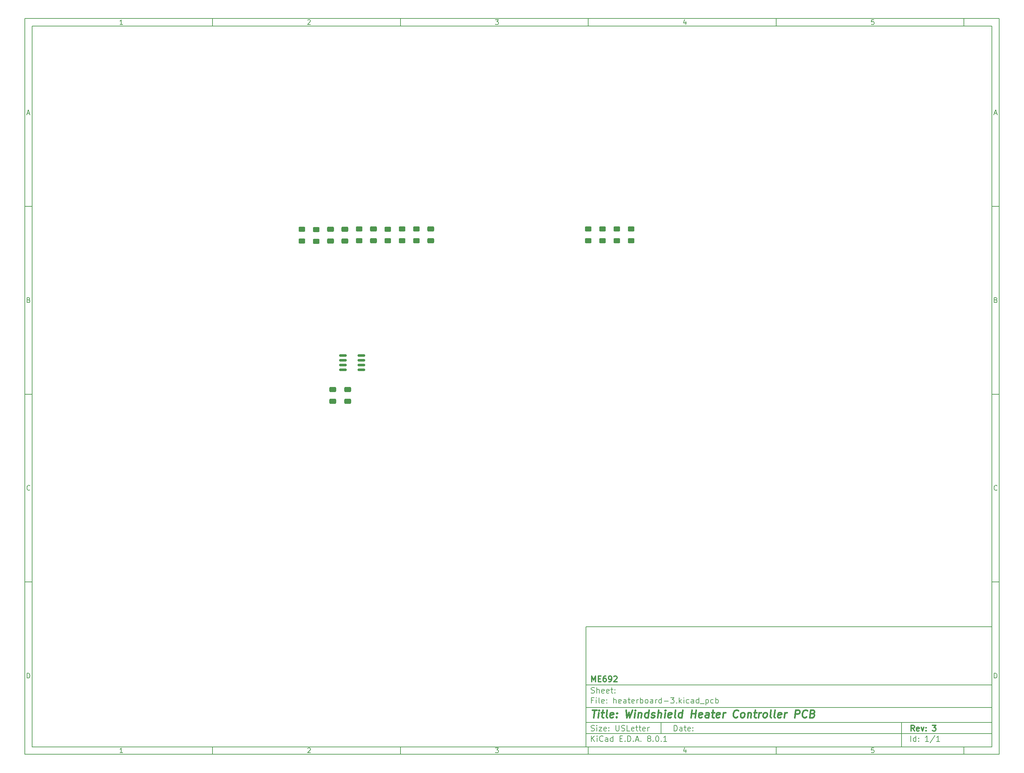
<source format=gbr>
%TF.GenerationSoftware,KiCad,Pcbnew,8.0.1*%
%TF.CreationDate,2024-05-02T11:38:50-04:00*%
%TF.ProjectId,heaterboard-3,68656174-6572-4626-9f61-72642d332e6b,3*%
%TF.SameCoordinates,Original*%
%TF.FileFunction,Paste,Top*%
%TF.FilePolarity,Positive*%
%FSLAX46Y46*%
G04 Gerber Fmt 4.6, Leading zero omitted, Abs format (unit mm)*
G04 Created by KiCad (PCBNEW 8.0.1) date 2024-05-02 11:38:50*
%MOMM*%
%LPD*%
G01*
G04 APERTURE LIST*
G04 Aperture macros list*
%AMRoundRect*
0 Rectangle with rounded corners*
0 $1 Rounding radius*
0 $2 $3 $4 $5 $6 $7 $8 $9 X,Y pos of 4 corners*
0 Add a 4 corners polygon primitive as box body*
4,1,4,$2,$3,$4,$5,$6,$7,$8,$9,$2,$3,0*
0 Add four circle primitives for the rounded corners*
1,1,$1+$1,$2,$3*
1,1,$1+$1,$4,$5*
1,1,$1+$1,$6,$7*
1,1,$1+$1,$8,$9*
0 Add four rect primitives between the rounded corners*
20,1,$1+$1,$2,$3,$4,$5,0*
20,1,$1+$1,$4,$5,$6,$7,0*
20,1,$1+$1,$6,$7,$8,$9,0*
20,1,$1+$1,$8,$9,$2,$3,0*%
G04 Aperture macros list end*
%ADD10C,0.100000*%
%ADD11C,0.150000*%
%ADD12C,0.300000*%
%ADD13C,0.400000*%
%ADD14RoundRect,0.250000X0.625000X-0.400000X0.625000X0.400000X-0.625000X0.400000X-0.625000X-0.400000X0*%
%ADD15RoundRect,0.250000X-0.650000X0.412500X-0.650000X-0.412500X0.650000X-0.412500X0.650000X0.412500X0*%
%ADD16RoundRect,0.250000X-0.625000X0.400000X-0.625000X-0.400000X0.625000X-0.400000X0.625000X0.400000X0*%
%ADD17RoundRect,0.250000X0.650000X-0.412500X0.650000X0.412500X-0.650000X0.412500X-0.650000X-0.412500X0*%
%ADD18RoundRect,0.150000X0.825000X0.150000X-0.825000X0.150000X-0.825000X-0.150000X0.825000X-0.150000X0*%
G04 APERTURE END LIST*
D10*
D11*
X159400000Y-171900000D02*
X267400000Y-171900000D01*
X267400000Y-203900000D01*
X159400000Y-203900000D01*
X159400000Y-171900000D01*
D10*
D11*
X10000000Y-10000000D02*
X269400000Y-10000000D01*
X269400000Y-205900000D01*
X10000000Y-205900000D01*
X10000000Y-10000000D01*
D10*
D11*
X12000000Y-12000000D02*
X267400000Y-12000000D01*
X267400000Y-203900000D01*
X12000000Y-203900000D01*
X12000000Y-12000000D01*
D10*
D11*
X60000000Y-12000000D02*
X60000000Y-10000000D01*
D10*
D11*
X110000000Y-12000000D02*
X110000000Y-10000000D01*
D10*
D11*
X160000000Y-12000000D02*
X160000000Y-10000000D01*
D10*
D11*
X210000000Y-12000000D02*
X210000000Y-10000000D01*
D10*
D11*
X260000000Y-12000000D02*
X260000000Y-10000000D01*
D10*
D11*
X36089160Y-11593604D02*
X35346303Y-11593604D01*
X35717731Y-11593604D02*
X35717731Y-10293604D01*
X35717731Y-10293604D02*
X35593922Y-10479319D01*
X35593922Y-10479319D02*
X35470112Y-10603128D01*
X35470112Y-10603128D02*
X35346303Y-10665033D01*
D10*
D11*
X85346303Y-10417414D02*
X85408207Y-10355509D01*
X85408207Y-10355509D02*
X85532017Y-10293604D01*
X85532017Y-10293604D02*
X85841541Y-10293604D01*
X85841541Y-10293604D02*
X85965350Y-10355509D01*
X85965350Y-10355509D02*
X86027255Y-10417414D01*
X86027255Y-10417414D02*
X86089160Y-10541223D01*
X86089160Y-10541223D02*
X86089160Y-10665033D01*
X86089160Y-10665033D02*
X86027255Y-10850747D01*
X86027255Y-10850747D02*
X85284398Y-11593604D01*
X85284398Y-11593604D02*
X86089160Y-11593604D01*
D10*
D11*
X135284398Y-10293604D02*
X136089160Y-10293604D01*
X136089160Y-10293604D02*
X135655826Y-10788842D01*
X135655826Y-10788842D02*
X135841541Y-10788842D01*
X135841541Y-10788842D02*
X135965350Y-10850747D01*
X135965350Y-10850747D02*
X136027255Y-10912652D01*
X136027255Y-10912652D02*
X136089160Y-11036461D01*
X136089160Y-11036461D02*
X136089160Y-11345985D01*
X136089160Y-11345985D02*
X136027255Y-11469795D01*
X136027255Y-11469795D02*
X135965350Y-11531700D01*
X135965350Y-11531700D02*
X135841541Y-11593604D01*
X135841541Y-11593604D02*
X135470112Y-11593604D01*
X135470112Y-11593604D02*
X135346303Y-11531700D01*
X135346303Y-11531700D02*
X135284398Y-11469795D01*
D10*
D11*
X185965350Y-10726938D02*
X185965350Y-11593604D01*
X185655826Y-10231700D02*
X185346303Y-11160271D01*
X185346303Y-11160271D02*
X186151064Y-11160271D01*
D10*
D11*
X236027255Y-10293604D02*
X235408207Y-10293604D01*
X235408207Y-10293604D02*
X235346303Y-10912652D01*
X235346303Y-10912652D02*
X235408207Y-10850747D01*
X235408207Y-10850747D02*
X235532017Y-10788842D01*
X235532017Y-10788842D02*
X235841541Y-10788842D01*
X235841541Y-10788842D02*
X235965350Y-10850747D01*
X235965350Y-10850747D02*
X236027255Y-10912652D01*
X236027255Y-10912652D02*
X236089160Y-11036461D01*
X236089160Y-11036461D02*
X236089160Y-11345985D01*
X236089160Y-11345985D02*
X236027255Y-11469795D01*
X236027255Y-11469795D02*
X235965350Y-11531700D01*
X235965350Y-11531700D02*
X235841541Y-11593604D01*
X235841541Y-11593604D02*
X235532017Y-11593604D01*
X235532017Y-11593604D02*
X235408207Y-11531700D01*
X235408207Y-11531700D02*
X235346303Y-11469795D01*
D10*
D11*
X60000000Y-203900000D02*
X60000000Y-205900000D01*
D10*
D11*
X110000000Y-203900000D02*
X110000000Y-205900000D01*
D10*
D11*
X160000000Y-203900000D02*
X160000000Y-205900000D01*
D10*
D11*
X210000000Y-203900000D02*
X210000000Y-205900000D01*
D10*
D11*
X260000000Y-203900000D02*
X260000000Y-205900000D01*
D10*
D11*
X36089160Y-205493604D02*
X35346303Y-205493604D01*
X35717731Y-205493604D02*
X35717731Y-204193604D01*
X35717731Y-204193604D02*
X35593922Y-204379319D01*
X35593922Y-204379319D02*
X35470112Y-204503128D01*
X35470112Y-204503128D02*
X35346303Y-204565033D01*
D10*
D11*
X85346303Y-204317414D02*
X85408207Y-204255509D01*
X85408207Y-204255509D02*
X85532017Y-204193604D01*
X85532017Y-204193604D02*
X85841541Y-204193604D01*
X85841541Y-204193604D02*
X85965350Y-204255509D01*
X85965350Y-204255509D02*
X86027255Y-204317414D01*
X86027255Y-204317414D02*
X86089160Y-204441223D01*
X86089160Y-204441223D02*
X86089160Y-204565033D01*
X86089160Y-204565033D02*
X86027255Y-204750747D01*
X86027255Y-204750747D02*
X85284398Y-205493604D01*
X85284398Y-205493604D02*
X86089160Y-205493604D01*
D10*
D11*
X135284398Y-204193604D02*
X136089160Y-204193604D01*
X136089160Y-204193604D02*
X135655826Y-204688842D01*
X135655826Y-204688842D02*
X135841541Y-204688842D01*
X135841541Y-204688842D02*
X135965350Y-204750747D01*
X135965350Y-204750747D02*
X136027255Y-204812652D01*
X136027255Y-204812652D02*
X136089160Y-204936461D01*
X136089160Y-204936461D02*
X136089160Y-205245985D01*
X136089160Y-205245985D02*
X136027255Y-205369795D01*
X136027255Y-205369795D02*
X135965350Y-205431700D01*
X135965350Y-205431700D02*
X135841541Y-205493604D01*
X135841541Y-205493604D02*
X135470112Y-205493604D01*
X135470112Y-205493604D02*
X135346303Y-205431700D01*
X135346303Y-205431700D02*
X135284398Y-205369795D01*
D10*
D11*
X185965350Y-204626938D02*
X185965350Y-205493604D01*
X185655826Y-204131700D02*
X185346303Y-205060271D01*
X185346303Y-205060271D02*
X186151064Y-205060271D01*
D10*
D11*
X236027255Y-204193604D02*
X235408207Y-204193604D01*
X235408207Y-204193604D02*
X235346303Y-204812652D01*
X235346303Y-204812652D02*
X235408207Y-204750747D01*
X235408207Y-204750747D02*
X235532017Y-204688842D01*
X235532017Y-204688842D02*
X235841541Y-204688842D01*
X235841541Y-204688842D02*
X235965350Y-204750747D01*
X235965350Y-204750747D02*
X236027255Y-204812652D01*
X236027255Y-204812652D02*
X236089160Y-204936461D01*
X236089160Y-204936461D02*
X236089160Y-205245985D01*
X236089160Y-205245985D02*
X236027255Y-205369795D01*
X236027255Y-205369795D02*
X235965350Y-205431700D01*
X235965350Y-205431700D02*
X235841541Y-205493604D01*
X235841541Y-205493604D02*
X235532017Y-205493604D01*
X235532017Y-205493604D02*
X235408207Y-205431700D01*
X235408207Y-205431700D02*
X235346303Y-205369795D01*
D10*
D11*
X10000000Y-60000000D02*
X12000000Y-60000000D01*
D10*
D11*
X10000000Y-110000000D02*
X12000000Y-110000000D01*
D10*
D11*
X10000000Y-160000000D02*
X12000000Y-160000000D01*
D10*
D11*
X10690476Y-35222176D02*
X11309523Y-35222176D01*
X10566666Y-35593604D02*
X10999999Y-34293604D01*
X10999999Y-34293604D02*
X11433333Y-35593604D01*
D10*
D11*
X11092857Y-84912652D02*
X11278571Y-84974557D01*
X11278571Y-84974557D02*
X11340476Y-85036461D01*
X11340476Y-85036461D02*
X11402380Y-85160271D01*
X11402380Y-85160271D02*
X11402380Y-85345985D01*
X11402380Y-85345985D02*
X11340476Y-85469795D01*
X11340476Y-85469795D02*
X11278571Y-85531700D01*
X11278571Y-85531700D02*
X11154761Y-85593604D01*
X11154761Y-85593604D02*
X10659523Y-85593604D01*
X10659523Y-85593604D02*
X10659523Y-84293604D01*
X10659523Y-84293604D02*
X11092857Y-84293604D01*
X11092857Y-84293604D02*
X11216666Y-84355509D01*
X11216666Y-84355509D02*
X11278571Y-84417414D01*
X11278571Y-84417414D02*
X11340476Y-84541223D01*
X11340476Y-84541223D02*
X11340476Y-84665033D01*
X11340476Y-84665033D02*
X11278571Y-84788842D01*
X11278571Y-84788842D02*
X11216666Y-84850747D01*
X11216666Y-84850747D02*
X11092857Y-84912652D01*
X11092857Y-84912652D02*
X10659523Y-84912652D01*
D10*
D11*
X11402380Y-135469795D02*
X11340476Y-135531700D01*
X11340476Y-135531700D02*
X11154761Y-135593604D01*
X11154761Y-135593604D02*
X11030952Y-135593604D01*
X11030952Y-135593604D02*
X10845238Y-135531700D01*
X10845238Y-135531700D02*
X10721428Y-135407890D01*
X10721428Y-135407890D02*
X10659523Y-135284080D01*
X10659523Y-135284080D02*
X10597619Y-135036461D01*
X10597619Y-135036461D02*
X10597619Y-134850747D01*
X10597619Y-134850747D02*
X10659523Y-134603128D01*
X10659523Y-134603128D02*
X10721428Y-134479319D01*
X10721428Y-134479319D02*
X10845238Y-134355509D01*
X10845238Y-134355509D02*
X11030952Y-134293604D01*
X11030952Y-134293604D02*
X11154761Y-134293604D01*
X11154761Y-134293604D02*
X11340476Y-134355509D01*
X11340476Y-134355509D02*
X11402380Y-134417414D01*
D10*
D11*
X10659523Y-185593604D02*
X10659523Y-184293604D01*
X10659523Y-184293604D02*
X10969047Y-184293604D01*
X10969047Y-184293604D02*
X11154761Y-184355509D01*
X11154761Y-184355509D02*
X11278571Y-184479319D01*
X11278571Y-184479319D02*
X11340476Y-184603128D01*
X11340476Y-184603128D02*
X11402380Y-184850747D01*
X11402380Y-184850747D02*
X11402380Y-185036461D01*
X11402380Y-185036461D02*
X11340476Y-185284080D01*
X11340476Y-185284080D02*
X11278571Y-185407890D01*
X11278571Y-185407890D02*
X11154761Y-185531700D01*
X11154761Y-185531700D02*
X10969047Y-185593604D01*
X10969047Y-185593604D02*
X10659523Y-185593604D01*
D10*
D11*
X269400000Y-60000000D02*
X267400000Y-60000000D01*
D10*
D11*
X269400000Y-110000000D02*
X267400000Y-110000000D01*
D10*
D11*
X269400000Y-160000000D02*
X267400000Y-160000000D01*
D10*
D11*
X268090476Y-35222176D02*
X268709523Y-35222176D01*
X267966666Y-35593604D02*
X268399999Y-34293604D01*
X268399999Y-34293604D02*
X268833333Y-35593604D01*
D10*
D11*
X268492857Y-84912652D02*
X268678571Y-84974557D01*
X268678571Y-84974557D02*
X268740476Y-85036461D01*
X268740476Y-85036461D02*
X268802380Y-85160271D01*
X268802380Y-85160271D02*
X268802380Y-85345985D01*
X268802380Y-85345985D02*
X268740476Y-85469795D01*
X268740476Y-85469795D02*
X268678571Y-85531700D01*
X268678571Y-85531700D02*
X268554761Y-85593604D01*
X268554761Y-85593604D02*
X268059523Y-85593604D01*
X268059523Y-85593604D02*
X268059523Y-84293604D01*
X268059523Y-84293604D02*
X268492857Y-84293604D01*
X268492857Y-84293604D02*
X268616666Y-84355509D01*
X268616666Y-84355509D02*
X268678571Y-84417414D01*
X268678571Y-84417414D02*
X268740476Y-84541223D01*
X268740476Y-84541223D02*
X268740476Y-84665033D01*
X268740476Y-84665033D02*
X268678571Y-84788842D01*
X268678571Y-84788842D02*
X268616666Y-84850747D01*
X268616666Y-84850747D02*
X268492857Y-84912652D01*
X268492857Y-84912652D02*
X268059523Y-84912652D01*
D10*
D11*
X268802380Y-135469795D02*
X268740476Y-135531700D01*
X268740476Y-135531700D02*
X268554761Y-135593604D01*
X268554761Y-135593604D02*
X268430952Y-135593604D01*
X268430952Y-135593604D02*
X268245238Y-135531700D01*
X268245238Y-135531700D02*
X268121428Y-135407890D01*
X268121428Y-135407890D02*
X268059523Y-135284080D01*
X268059523Y-135284080D02*
X267997619Y-135036461D01*
X267997619Y-135036461D02*
X267997619Y-134850747D01*
X267997619Y-134850747D02*
X268059523Y-134603128D01*
X268059523Y-134603128D02*
X268121428Y-134479319D01*
X268121428Y-134479319D02*
X268245238Y-134355509D01*
X268245238Y-134355509D02*
X268430952Y-134293604D01*
X268430952Y-134293604D02*
X268554761Y-134293604D01*
X268554761Y-134293604D02*
X268740476Y-134355509D01*
X268740476Y-134355509D02*
X268802380Y-134417414D01*
D10*
D11*
X268059523Y-185593604D02*
X268059523Y-184293604D01*
X268059523Y-184293604D02*
X268369047Y-184293604D01*
X268369047Y-184293604D02*
X268554761Y-184355509D01*
X268554761Y-184355509D02*
X268678571Y-184479319D01*
X268678571Y-184479319D02*
X268740476Y-184603128D01*
X268740476Y-184603128D02*
X268802380Y-184850747D01*
X268802380Y-184850747D02*
X268802380Y-185036461D01*
X268802380Y-185036461D02*
X268740476Y-185284080D01*
X268740476Y-185284080D02*
X268678571Y-185407890D01*
X268678571Y-185407890D02*
X268554761Y-185531700D01*
X268554761Y-185531700D02*
X268369047Y-185593604D01*
X268369047Y-185593604D02*
X268059523Y-185593604D01*
D10*
D11*
X182855826Y-199686128D02*
X182855826Y-198186128D01*
X182855826Y-198186128D02*
X183212969Y-198186128D01*
X183212969Y-198186128D02*
X183427255Y-198257557D01*
X183427255Y-198257557D02*
X183570112Y-198400414D01*
X183570112Y-198400414D02*
X183641541Y-198543271D01*
X183641541Y-198543271D02*
X183712969Y-198828985D01*
X183712969Y-198828985D02*
X183712969Y-199043271D01*
X183712969Y-199043271D02*
X183641541Y-199328985D01*
X183641541Y-199328985D02*
X183570112Y-199471842D01*
X183570112Y-199471842D02*
X183427255Y-199614700D01*
X183427255Y-199614700D02*
X183212969Y-199686128D01*
X183212969Y-199686128D02*
X182855826Y-199686128D01*
X184998684Y-199686128D02*
X184998684Y-198900414D01*
X184998684Y-198900414D02*
X184927255Y-198757557D01*
X184927255Y-198757557D02*
X184784398Y-198686128D01*
X184784398Y-198686128D02*
X184498684Y-198686128D01*
X184498684Y-198686128D02*
X184355826Y-198757557D01*
X184998684Y-199614700D02*
X184855826Y-199686128D01*
X184855826Y-199686128D02*
X184498684Y-199686128D01*
X184498684Y-199686128D02*
X184355826Y-199614700D01*
X184355826Y-199614700D02*
X184284398Y-199471842D01*
X184284398Y-199471842D02*
X184284398Y-199328985D01*
X184284398Y-199328985D02*
X184355826Y-199186128D01*
X184355826Y-199186128D02*
X184498684Y-199114700D01*
X184498684Y-199114700D02*
X184855826Y-199114700D01*
X184855826Y-199114700D02*
X184998684Y-199043271D01*
X185498684Y-198686128D02*
X186070112Y-198686128D01*
X185712969Y-198186128D02*
X185712969Y-199471842D01*
X185712969Y-199471842D02*
X185784398Y-199614700D01*
X185784398Y-199614700D02*
X185927255Y-199686128D01*
X185927255Y-199686128D02*
X186070112Y-199686128D01*
X187141541Y-199614700D02*
X186998684Y-199686128D01*
X186998684Y-199686128D02*
X186712970Y-199686128D01*
X186712970Y-199686128D02*
X186570112Y-199614700D01*
X186570112Y-199614700D02*
X186498684Y-199471842D01*
X186498684Y-199471842D02*
X186498684Y-198900414D01*
X186498684Y-198900414D02*
X186570112Y-198757557D01*
X186570112Y-198757557D02*
X186712970Y-198686128D01*
X186712970Y-198686128D02*
X186998684Y-198686128D01*
X186998684Y-198686128D02*
X187141541Y-198757557D01*
X187141541Y-198757557D02*
X187212970Y-198900414D01*
X187212970Y-198900414D02*
X187212970Y-199043271D01*
X187212970Y-199043271D02*
X186498684Y-199186128D01*
X187855826Y-199543271D02*
X187927255Y-199614700D01*
X187927255Y-199614700D02*
X187855826Y-199686128D01*
X187855826Y-199686128D02*
X187784398Y-199614700D01*
X187784398Y-199614700D02*
X187855826Y-199543271D01*
X187855826Y-199543271D02*
X187855826Y-199686128D01*
X187855826Y-198757557D02*
X187927255Y-198828985D01*
X187927255Y-198828985D02*
X187855826Y-198900414D01*
X187855826Y-198900414D02*
X187784398Y-198828985D01*
X187784398Y-198828985D02*
X187855826Y-198757557D01*
X187855826Y-198757557D02*
X187855826Y-198900414D01*
D10*
D11*
X159400000Y-200400000D02*
X267400000Y-200400000D01*
D10*
D11*
X160855826Y-202486128D02*
X160855826Y-200986128D01*
X161712969Y-202486128D02*
X161070112Y-201628985D01*
X161712969Y-200986128D02*
X160855826Y-201843271D01*
X162355826Y-202486128D02*
X162355826Y-201486128D01*
X162355826Y-200986128D02*
X162284398Y-201057557D01*
X162284398Y-201057557D02*
X162355826Y-201128985D01*
X162355826Y-201128985D02*
X162427255Y-201057557D01*
X162427255Y-201057557D02*
X162355826Y-200986128D01*
X162355826Y-200986128D02*
X162355826Y-201128985D01*
X163927255Y-202343271D02*
X163855827Y-202414700D01*
X163855827Y-202414700D02*
X163641541Y-202486128D01*
X163641541Y-202486128D02*
X163498684Y-202486128D01*
X163498684Y-202486128D02*
X163284398Y-202414700D01*
X163284398Y-202414700D02*
X163141541Y-202271842D01*
X163141541Y-202271842D02*
X163070112Y-202128985D01*
X163070112Y-202128985D02*
X162998684Y-201843271D01*
X162998684Y-201843271D02*
X162998684Y-201628985D01*
X162998684Y-201628985D02*
X163070112Y-201343271D01*
X163070112Y-201343271D02*
X163141541Y-201200414D01*
X163141541Y-201200414D02*
X163284398Y-201057557D01*
X163284398Y-201057557D02*
X163498684Y-200986128D01*
X163498684Y-200986128D02*
X163641541Y-200986128D01*
X163641541Y-200986128D02*
X163855827Y-201057557D01*
X163855827Y-201057557D02*
X163927255Y-201128985D01*
X165212970Y-202486128D02*
X165212970Y-201700414D01*
X165212970Y-201700414D02*
X165141541Y-201557557D01*
X165141541Y-201557557D02*
X164998684Y-201486128D01*
X164998684Y-201486128D02*
X164712970Y-201486128D01*
X164712970Y-201486128D02*
X164570112Y-201557557D01*
X165212970Y-202414700D02*
X165070112Y-202486128D01*
X165070112Y-202486128D02*
X164712970Y-202486128D01*
X164712970Y-202486128D02*
X164570112Y-202414700D01*
X164570112Y-202414700D02*
X164498684Y-202271842D01*
X164498684Y-202271842D02*
X164498684Y-202128985D01*
X164498684Y-202128985D02*
X164570112Y-201986128D01*
X164570112Y-201986128D02*
X164712970Y-201914700D01*
X164712970Y-201914700D02*
X165070112Y-201914700D01*
X165070112Y-201914700D02*
X165212970Y-201843271D01*
X166570113Y-202486128D02*
X166570113Y-200986128D01*
X166570113Y-202414700D02*
X166427255Y-202486128D01*
X166427255Y-202486128D02*
X166141541Y-202486128D01*
X166141541Y-202486128D02*
X165998684Y-202414700D01*
X165998684Y-202414700D02*
X165927255Y-202343271D01*
X165927255Y-202343271D02*
X165855827Y-202200414D01*
X165855827Y-202200414D02*
X165855827Y-201771842D01*
X165855827Y-201771842D02*
X165927255Y-201628985D01*
X165927255Y-201628985D02*
X165998684Y-201557557D01*
X165998684Y-201557557D02*
X166141541Y-201486128D01*
X166141541Y-201486128D02*
X166427255Y-201486128D01*
X166427255Y-201486128D02*
X166570113Y-201557557D01*
X168427255Y-201700414D02*
X168927255Y-201700414D01*
X169141541Y-202486128D02*
X168427255Y-202486128D01*
X168427255Y-202486128D02*
X168427255Y-200986128D01*
X168427255Y-200986128D02*
X169141541Y-200986128D01*
X169784398Y-202343271D02*
X169855827Y-202414700D01*
X169855827Y-202414700D02*
X169784398Y-202486128D01*
X169784398Y-202486128D02*
X169712970Y-202414700D01*
X169712970Y-202414700D02*
X169784398Y-202343271D01*
X169784398Y-202343271D02*
X169784398Y-202486128D01*
X170498684Y-202486128D02*
X170498684Y-200986128D01*
X170498684Y-200986128D02*
X170855827Y-200986128D01*
X170855827Y-200986128D02*
X171070113Y-201057557D01*
X171070113Y-201057557D02*
X171212970Y-201200414D01*
X171212970Y-201200414D02*
X171284399Y-201343271D01*
X171284399Y-201343271D02*
X171355827Y-201628985D01*
X171355827Y-201628985D02*
X171355827Y-201843271D01*
X171355827Y-201843271D02*
X171284399Y-202128985D01*
X171284399Y-202128985D02*
X171212970Y-202271842D01*
X171212970Y-202271842D02*
X171070113Y-202414700D01*
X171070113Y-202414700D02*
X170855827Y-202486128D01*
X170855827Y-202486128D02*
X170498684Y-202486128D01*
X171998684Y-202343271D02*
X172070113Y-202414700D01*
X172070113Y-202414700D02*
X171998684Y-202486128D01*
X171998684Y-202486128D02*
X171927256Y-202414700D01*
X171927256Y-202414700D02*
X171998684Y-202343271D01*
X171998684Y-202343271D02*
X171998684Y-202486128D01*
X172641542Y-202057557D02*
X173355828Y-202057557D01*
X172498685Y-202486128D02*
X172998685Y-200986128D01*
X172998685Y-200986128D02*
X173498685Y-202486128D01*
X173998684Y-202343271D02*
X174070113Y-202414700D01*
X174070113Y-202414700D02*
X173998684Y-202486128D01*
X173998684Y-202486128D02*
X173927256Y-202414700D01*
X173927256Y-202414700D02*
X173998684Y-202343271D01*
X173998684Y-202343271D02*
X173998684Y-202486128D01*
X176070113Y-201628985D02*
X175927256Y-201557557D01*
X175927256Y-201557557D02*
X175855827Y-201486128D01*
X175855827Y-201486128D02*
X175784399Y-201343271D01*
X175784399Y-201343271D02*
X175784399Y-201271842D01*
X175784399Y-201271842D02*
X175855827Y-201128985D01*
X175855827Y-201128985D02*
X175927256Y-201057557D01*
X175927256Y-201057557D02*
X176070113Y-200986128D01*
X176070113Y-200986128D02*
X176355827Y-200986128D01*
X176355827Y-200986128D02*
X176498685Y-201057557D01*
X176498685Y-201057557D02*
X176570113Y-201128985D01*
X176570113Y-201128985D02*
X176641542Y-201271842D01*
X176641542Y-201271842D02*
X176641542Y-201343271D01*
X176641542Y-201343271D02*
X176570113Y-201486128D01*
X176570113Y-201486128D02*
X176498685Y-201557557D01*
X176498685Y-201557557D02*
X176355827Y-201628985D01*
X176355827Y-201628985D02*
X176070113Y-201628985D01*
X176070113Y-201628985D02*
X175927256Y-201700414D01*
X175927256Y-201700414D02*
X175855827Y-201771842D01*
X175855827Y-201771842D02*
X175784399Y-201914700D01*
X175784399Y-201914700D02*
X175784399Y-202200414D01*
X175784399Y-202200414D02*
X175855827Y-202343271D01*
X175855827Y-202343271D02*
X175927256Y-202414700D01*
X175927256Y-202414700D02*
X176070113Y-202486128D01*
X176070113Y-202486128D02*
X176355827Y-202486128D01*
X176355827Y-202486128D02*
X176498685Y-202414700D01*
X176498685Y-202414700D02*
X176570113Y-202343271D01*
X176570113Y-202343271D02*
X176641542Y-202200414D01*
X176641542Y-202200414D02*
X176641542Y-201914700D01*
X176641542Y-201914700D02*
X176570113Y-201771842D01*
X176570113Y-201771842D02*
X176498685Y-201700414D01*
X176498685Y-201700414D02*
X176355827Y-201628985D01*
X177284398Y-202343271D02*
X177355827Y-202414700D01*
X177355827Y-202414700D02*
X177284398Y-202486128D01*
X177284398Y-202486128D02*
X177212970Y-202414700D01*
X177212970Y-202414700D02*
X177284398Y-202343271D01*
X177284398Y-202343271D02*
X177284398Y-202486128D01*
X178284399Y-200986128D02*
X178427256Y-200986128D01*
X178427256Y-200986128D02*
X178570113Y-201057557D01*
X178570113Y-201057557D02*
X178641542Y-201128985D01*
X178641542Y-201128985D02*
X178712970Y-201271842D01*
X178712970Y-201271842D02*
X178784399Y-201557557D01*
X178784399Y-201557557D02*
X178784399Y-201914700D01*
X178784399Y-201914700D02*
X178712970Y-202200414D01*
X178712970Y-202200414D02*
X178641542Y-202343271D01*
X178641542Y-202343271D02*
X178570113Y-202414700D01*
X178570113Y-202414700D02*
X178427256Y-202486128D01*
X178427256Y-202486128D02*
X178284399Y-202486128D01*
X178284399Y-202486128D02*
X178141542Y-202414700D01*
X178141542Y-202414700D02*
X178070113Y-202343271D01*
X178070113Y-202343271D02*
X177998684Y-202200414D01*
X177998684Y-202200414D02*
X177927256Y-201914700D01*
X177927256Y-201914700D02*
X177927256Y-201557557D01*
X177927256Y-201557557D02*
X177998684Y-201271842D01*
X177998684Y-201271842D02*
X178070113Y-201128985D01*
X178070113Y-201128985D02*
X178141542Y-201057557D01*
X178141542Y-201057557D02*
X178284399Y-200986128D01*
X179427255Y-202343271D02*
X179498684Y-202414700D01*
X179498684Y-202414700D02*
X179427255Y-202486128D01*
X179427255Y-202486128D02*
X179355827Y-202414700D01*
X179355827Y-202414700D02*
X179427255Y-202343271D01*
X179427255Y-202343271D02*
X179427255Y-202486128D01*
X180927256Y-202486128D02*
X180070113Y-202486128D01*
X180498684Y-202486128D02*
X180498684Y-200986128D01*
X180498684Y-200986128D02*
X180355827Y-201200414D01*
X180355827Y-201200414D02*
X180212970Y-201343271D01*
X180212970Y-201343271D02*
X180070113Y-201414700D01*
D10*
D11*
X159400000Y-197400000D02*
X267400000Y-197400000D01*
D10*
D12*
X246811653Y-199678328D02*
X246311653Y-198964042D01*
X245954510Y-199678328D02*
X245954510Y-198178328D01*
X245954510Y-198178328D02*
X246525939Y-198178328D01*
X246525939Y-198178328D02*
X246668796Y-198249757D01*
X246668796Y-198249757D02*
X246740225Y-198321185D01*
X246740225Y-198321185D02*
X246811653Y-198464042D01*
X246811653Y-198464042D02*
X246811653Y-198678328D01*
X246811653Y-198678328D02*
X246740225Y-198821185D01*
X246740225Y-198821185D02*
X246668796Y-198892614D01*
X246668796Y-198892614D02*
X246525939Y-198964042D01*
X246525939Y-198964042D02*
X245954510Y-198964042D01*
X248025939Y-199606900D02*
X247883082Y-199678328D01*
X247883082Y-199678328D02*
X247597368Y-199678328D01*
X247597368Y-199678328D02*
X247454510Y-199606900D01*
X247454510Y-199606900D02*
X247383082Y-199464042D01*
X247383082Y-199464042D02*
X247383082Y-198892614D01*
X247383082Y-198892614D02*
X247454510Y-198749757D01*
X247454510Y-198749757D02*
X247597368Y-198678328D01*
X247597368Y-198678328D02*
X247883082Y-198678328D01*
X247883082Y-198678328D02*
X248025939Y-198749757D01*
X248025939Y-198749757D02*
X248097368Y-198892614D01*
X248097368Y-198892614D02*
X248097368Y-199035471D01*
X248097368Y-199035471D02*
X247383082Y-199178328D01*
X248597367Y-198678328D02*
X248954510Y-199678328D01*
X248954510Y-199678328D02*
X249311653Y-198678328D01*
X249883081Y-199535471D02*
X249954510Y-199606900D01*
X249954510Y-199606900D02*
X249883081Y-199678328D01*
X249883081Y-199678328D02*
X249811653Y-199606900D01*
X249811653Y-199606900D02*
X249883081Y-199535471D01*
X249883081Y-199535471D02*
X249883081Y-199678328D01*
X249883081Y-198749757D02*
X249954510Y-198821185D01*
X249954510Y-198821185D02*
X249883081Y-198892614D01*
X249883081Y-198892614D02*
X249811653Y-198821185D01*
X249811653Y-198821185D02*
X249883081Y-198749757D01*
X249883081Y-198749757D02*
X249883081Y-198892614D01*
X251597367Y-198178328D02*
X252525939Y-198178328D01*
X252525939Y-198178328D02*
X252025939Y-198749757D01*
X252025939Y-198749757D02*
X252240224Y-198749757D01*
X252240224Y-198749757D02*
X252383082Y-198821185D01*
X252383082Y-198821185D02*
X252454510Y-198892614D01*
X252454510Y-198892614D02*
X252525939Y-199035471D01*
X252525939Y-199035471D02*
X252525939Y-199392614D01*
X252525939Y-199392614D02*
X252454510Y-199535471D01*
X252454510Y-199535471D02*
X252383082Y-199606900D01*
X252383082Y-199606900D02*
X252240224Y-199678328D01*
X252240224Y-199678328D02*
X251811653Y-199678328D01*
X251811653Y-199678328D02*
X251668796Y-199606900D01*
X251668796Y-199606900D02*
X251597367Y-199535471D01*
D10*
D11*
X160784398Y-199614700D02*
X160998684Y-199686128D01*
X160998684Y-199686128D02*
X161355826Y-199686128D01*
X161355826Y-199686128D02*
X161498684Y-199614700D01*
X161498684Y-199614700D02*
X161570112Y-199543271D01*
X161570112Y-199543271D02*
X161641541Y-199400414D01*
X161641541Y-199400414D02*
X161641541Y-199257557D01*
X161641541Y-199257557D02*
X161570112Y-199114700D01*
X161570112Y-199114700D02*
X161498684Y-199043271D01*
X161498684Y-199043271D02*
X161355826Y-198971842D01*
X161355826Y-198971842D02*
X161070112Y-198900414D01*
X161070112Y-198900414D02*
X160927255Y-198828985D01*
X160927255Y-198828985D02*
X160855826Y-198757557D01*
X160855826Y-198757557D02*
X160784398Y-198614700D01*
X160784398Y-198614700D02*
X160784398Y-198471842D01*
X160784398Y-198471842D02*
X160855826Y-198328985D01*
X160855826Y-198328985D02*
X160927255Y-198257557D01*
X160927255Y-198257557D02*
X161070112Y-198186128D01*
X161070112Y-198186128D02*
X161427255Y-198186128D01*
X161427255Y-198186128D02*
X161641541Y-198257557D01*
X162284397Y-199686128D02*
X162284397Y-198686128D01*
X162284397Y-198186128D02*
X162212969Y-198257557D01*
X162212969Y-198257557D02*
X162284397Y-198328985D01*
X162284397Y-198328985D02*
X162355826Y-198257557D01*
X162355826Y-198257557D02*
X162284397Y-198186128D01*
X162284397Y-198186128D02*
X162284397Y-198328985D01*
X162855826Y-198686128D02*
X163641541Y-198686128D01*
X163641541Y-198686128D02*
X162855826Y-199686128D01*
X162855826Y-199686128D02*
X163641541Y-199686128D01*
X164784398Y-199614700D02*
X164641541Y-199686128D01*
X164641541Y-199686128D02*
X164355827Y-199686128D01*
X164355827Y-199686128D02*
X164212969Y-199614700D01*
X164212969Y-199614700D02*
X164141541Y-199471842D01*
X164141541Y-199471842D02*
X164141541Y-198900414D01*
X164141541Y-198900414D02*
X164212969Y-198757557D01*
X164212969Y-198757557D02*
X164355827Y-198686128D01*
X164355827Y-198686128D02*
X164641541Y-198686128D01*
X164641541Y-198686128D02*
X164784398Y-198757557D01*
X164784398Y-198757557D02*
X164855827Y-198900414D01*
X164855827Y-198900414D02*
X164855827Y-199043271D01*
X164855827Y-199043271D02*
X164141541Y-199186128D01*
X165498683Y-199543271D02*
X165570112Y-199614700D01*
X165570112Y-199614700D02*
X165498683Y-199686128D01*
X165498683Y-199686128D02*
X165427255Y-199614700D01*
X165427255Y-199614700D02*
X165498683Y-199543271D01*
X165498683Y-199543271D02*
X165498683Y-199686128D01*
X165498683Y-198757557D02*
X165570112Y-198828985D01*
X165570112Y-198828985D02*
X165498683Y-198900414D01*
X165498683Y-198900414D02*
X165427255Y-198828985D01*
X165427255Y-198828985D02*
X165498683Y-198757557D01*
X165498683Y-198757557D02*
X165498683Y-198900414D01*
X167355826Y-198186128D02*
X167355826Y-199400414D01*
X167355826Y-199400414D02*
X167427255Y-199543271D01*
X167427255Y-199543271D02*
X167498684Y-199614700D01*
X167498684Y-199614700D02*
X167641541Y-199686128D01*
X167641541Y-199686128D02*
X167927255Y-199686128D01*
X167927255Y-199686128D02*
X168070112Y-199614700D01*
X168070112Y-199614700D02*
X168141541Y-199543271D01*
X168141541Y-199543271D02*
X168212969Y-199400414D01*
X168212969Y-199400414D02*
X168212969Y-198186128D01*
X168855827Y-199614700D02*
X169070113Y-199686128D01*
X169070113Y-199686128D02*
X169427255Y-199686128D01*
X169427255Y-199686128D02*
X169570113Y-199614700D01*
X169570113Y-199614700D02*
X169641541Y-199543271D01*
X169641541Y-199543271D02*
X169712970Y-199400414D01*
X169712970Y-199400414D02*
X169712970Y-199257557D01*
X169712970Y-199257557D02*
X169641541Y-199114700D01*
X169641541Y-199114700D02*
X169570113Y-199043271D01*
X169570113Y-199043271D02*
X169427255Y-198971842D01*
X169427255Y-198971842D02*
X169141541Y-198900414D01*
X169141541Y-198900414D02*
X168998684Y-198828985D01*
X168998684Y-198828985D02*
X168927255Y-198757557D01*
X168927255Y-198757557D02*
X168855827Y-198614700D01*
X168855827Y-198614700D02*
X168855827Y-198471842D01*
X168855827Y-198471842D02*
X168927255Y-198328985D01*
X168927255Y-198328985D02*
X168998684Y-198257557D01*
X168998684Y-198257557D02*
X169141541Y-198186128D01*
X169141541Y-198186128D02*
X169498684Y-198186128D01*
X169498684Y-198186128D02*
X169712970Y-198257557D01*
X171070112Y-199686128D02*
X170355826Y-199686128D01*
X170355826Y-199686128D02*
X170355826Y-198186128D01*
X172141541Y-199614700D02*
X171998684Y-199686128D01*
X171998684Y-199686128D02*
X171712970Y-199686128D01*
X171712970Y-199686128D02*
X171570112Y-199614700D01*
X171570112Y-199614700D02*
X171498684Y-199471842D01*
X171498684Y-199471842D02*
X171498684Y-198900414D01*
X171498684Y-198900414D02*
X171570112Y-198757557D01*
X171570112Y-198757557D02*
X171712970Y-198686128D01*
X171712970Y-198686128D02*
X171998684Y-198686128D01*
X171998684Y-198686128D02*
X172141541Y-198757557D01*
X172141541Y-198757557D02*
X172212970Y-198900414D01*
X172212970Y-198900414D02*
X172212970Y-199043271D01*
X172212970Y-199043271D02*
X171498684Y-199186128D01*
X172641541Y-198686128D02*
X173212969Y-198686128D01*
X172855826Y-198186128D02*
X172855826Y-199471842D01*
X172855826Y-199471842D02*
X172927255Y-199614700D01*
X172927255Y-199614700D02*
X173070112Y-199686128D01*
X173070112Y-199686128D02*
X173212969Y-199686128D01*
X173498684Y-198686128D02*
X174070112Y-198686128D01*
X173712969Y-198186128D02*
X173712969Y-199471842D01*
X173712969Y-199471842D02*
X173784398Y-199614700D01*
X173784398Y-199614700D02*
X173927255Y-199686128D01*
X173927255Y-199686128D02*
X174070112Y-199686128D01*
X175141541Y-199614700D02*
X174998684Y-199686128D01*
X174998684Y-199686128D02*
X174712970Y-199686128D01*
X174712970Y-199686128D02*
X174570112Y-199614700D01*
X174570112Y-199614700D02*
X174498684Y-199471842D01*
X174498684Y-199471842D02*
X174498684Y-198900414D01*
X174498684Y-198900414D02*
X174570112Y-198757557D01*
X174570112Y-198757557D02*
X174712970Y-198686128D01*
X174712970Y-198686128D02*
X174998684Y-198686128D01*
X174998684Y-198686128D02*
X175141541Y-198757557D01*
X175141541Y-198757557D02*
X175212970Y-198900414D01*
X175212970Y-198900414D02*
X175212970Y-199043271D01*
X175212970Y-199043271D02*
X174498684Y-199186128D01*
X175855826Y-199686128D02*
X175855826Y-198686128D01*
X175855826Y-198971842D02*
X175927255Y-198828985D01*
X175927255Y-198828985D02*
X175998684Y-198757557D01*
X175998684Y-198757557D02*
X176141541Y-198686128D01*
X176141541Y-198686128D02*
X176284398Y-198686128D01*
D10*
D11*
X245855826Y-202486128D02*
X245855826Y-200986128D01*
X247212970Y-202486128D02*
X247212970Y-200986128D01*
X247212970Y-202414700D02*
X247070112Y-202486128D01*
X247070112Y-202486128D02*
X246784398Y-202486128D01*
X246784398Y-202486128D02*
X246641541Y-202414700D01*
X246641541Y-202414700D02*
X246570112Y-202343271D01*
X246570112Y-202343271D02*
X246498684Y-202200414D01*
X246498684Y-202200414D02*
X246498684Y-201771842D01*
X246498684Y-201771842D02*
X246570112Y-201628985D01*
X246570112Y-201628985D02*
X246641541Y-201557557D01*
X246641541Y-201557557D02*
X246784398Y-201486128D01*
X246784398Y-201486128D02*
X247070112Y-201486128D01*
X247070112Y-201486128D02*
X247212970Y-201557557D01*
X247927255Y-202343271D02*
X247998684Y-202414700D01*
X247998684Y-202414700D02*
X247927255Y-202486128D01*
X247927255Y-202486128D02*
X247855827Y-202414700D01*
X247855827Y-202414700D02*
X247927255Y-202343271D01*
X247927255Y-202343271D02*
X247927255Y-202486128D01*
X247927255Y-201557557D02*
X247998684Y-201628985D01*
X247998684Y-201628985D02*
X247927255Y-201700414D01*
X247927255Y-201700414D02*
X247855827Y-201628985D01*
X247855827Y-201628985D02*
X247927255Y-201557557D01*
X247927255Y-201557557D02*
X247927255Y-201700414D01*
X250570113Y-202486128D02*
X249712970Y-202486128D01*
X250141541Y-202486128D02*
X250141541Y-200986128D01*
X250141541Y-200986128D02*
X249998684Y-201200414D01*
X249998684Y-201200414D02*
X249855827Y-201343271D01*
X249855827Y-201343271D02*
X249712970Y-201414700D01*
X252284398Y-200914700D02*
X250998684Y-202843271D01*
X253570113Y-202486128D02*
X252712970Y-202486128D01*
X253141541Y-202486128D02*
X253141541Y-200986128D01*
X253141541Y-200986128D02*
X252998684Y-201200414D01*
X252998684Y-201200414D02*
X252855827Y-201343271D01*
X252855827Y-201343271D02*
X252712970Y-201414700D01*
D10*
D11*
X159400000Y-193400000D02*
X267400000Y-193400000D01*
D10*
D13*
X161091728Y-194104438D02*
X162234585Y-194104438D01*
X161413157Y-196104438D02*
X161663157Y-194104438D01*
X162651252Y-196104438D02*
X162817919Y-194771104D01*
X162901252Y-194104438D02*
X162794109Y-194199676D01*
X162794109Y-194199676D02*
X162877443Y-194294914D01*
X162877443Y-194294914D02*
X162984586Y-194199676D01*
X162984586Y-194199676D02*
X162901252Y-194104438D01*
X162901252Y-194104438D02*
X162877443Y-194294914D01*
X163484586Y-194771104D02*
X164246490Y-194771104D01*
X163853633Y-194104438D02*
X163639348Y-195818723D01*
X163639348Y-195818723D02*
X163710776Y-196009200D01*
X163710776Y-196009200D02*
X163889348Y-196104438D01*
X163889348Y-196104438D02*
X164079824Y-196104438D01*
X165032205Y-196104438D02*
X164853633Y-196009200D01*
X164853633Y-196009200D02*
X164782205Y-195818723D01*
X164782205Y-195818723D02*
X164996490Y-194104438D01*
X166567919Y-196009200D02*
X166365538Y-196104438D01*
X166365538Y-196104438D02*
X165984585Y-196104438D01*
X165984585Y-196104438D02*
X165806014Y-196009200D01*
X165806014Y-196009200D02*
X165734585Y-195818723D01*
X165734585Y-195818723D02*
X165829824Y-195056819D01*
X165829824Y-195056819D02*
X165948871Y-194866342D01*
X165948871Y-194866342D02*
X166151252Y-194771104D01*
X166151252Y-194771104D02*
X166532204Y-194771104D01*
X166532204Y-194771104D02*
X166710776Y-194866342D01*
X166710776Y-194866342D02*
X166782204Y-195056819D01*
X166782204Y-195056819D02*
X166758395Y-195247295D01*
X166758395Y-195247295D02*
X165782204Y-195437771D01*
X167532205Y-195913961D02*
X167615538Y-196009200D01*
X167615538Y-196009200D02*
X167508395Y-196104438D01*
X167508395Y-196104438D02*
X167425062Y-196009200D01*
X167425062Y-196009200D02*
X167532205Y-195913961D01*
X167532205Y-195913961D02*
X167508395Y-196104438D01*
X167663157Y-194866342D02*
X167746490Y-194961580D01*
X167746490Y-194961580D02*
X167639348Y-195056819D01*
X167639348Y-195056819D02*
X167556014Y-194961580D01*
X167556014Y-194961580D02*
X167663157Y-194866342D01*
X167663157Y-194866342D02*
X167639348Y-195056819D01*
X170044110Y-194104438D02*
X170270301Y-196104438D01*
X170270301Y-196104438D02*
X170829824Y-194675866D01*
X170829824Y-194675866D02*
X171032205Y-196104438D01*
X171032205Y-196104438D02*
X171758396Y-194104438D01*
X172270300Y-196104438D02*
X172436967Y-194771104D01*
X172520300Y-194104438D02*
X172413157Y-194199676D01*
X172413157Y-194199676D02*
X172496491Y-194294914D01*
X172496491Y-194294914D02*
X172603634Y-194199676D01*
X172603634Y-194199676D02*
X172520300Y-194104438D01*
X172520300Y-194104438D02*
X172496491Y-194294914D01*
X173389348Y-194771104D02*
X173222681Y-196104438D01*
X173365538Y-194961580D02*
X173472681Y-194866342D01*
X173472681Y-194866342D02*
X173675062Y-194771104D01*
X173675062Y-194771104D02*
X173960776Y-194771104D01*
X173960776Y-194771104D02*
X174139348Y-194866342D01*
X174139348Y-194866342D02*
X174210776Y-195056819D01*
X174210776Y-195056819D02*
X174079824Y-196104438D01*
X175889348Y-196104438D02*
X176139348Y-194104438D01*
X175901253Y-196009200D02*
X175698872Y-196104438D01*
X175698872Y-196104438D02*
X175317920Y-196104438D01*
X175317920Y-196104438D02*
X175139348Y-196009200D01*
X175139348Y-196009200D02*
X175056015Y-195913961D01*
X175056015Y-195913961D02*
X174984586Y-195723485D01*
X174984586Y-195723485D02*
X175056015Y-195152057D01*
X175056015Y-195152057D02*
X175175062Y-194961580D01*
X175175062Y-194961580D02*
X175282205Y-194866342D01*
X175282205Y-194866342D02*
X175484586Y-194771104D01*
X175484586Y-194771104D02*
X175865539Y-194771104D01*
X175865539Y-194771104D02*
X176044110Y-194866342D01*
X176758396Y-196009200D02*
X176936967Y-196104438D01*
X176936967Y-196104438D02*
X177317920Y-196104438D01*
X177317920Y-196104438D02*
X177520301Y-196009200D01*
X177520301Y-196009200D02*
X177639348Y-195818723D01*
X177639348Y-195818723D02*
X177651253Y-195723485D01*
X177651253Y-195723485D02*
X177579824Y-195533009D01*
X177579824Y-195533009D02*
X177401253Y-195437771D01*
X177401253Y-195437771D02*
X177115539Y-195437771D01*
X177115539Y-195437771D02*
X176936967Y-195342533D01*
X176936967Y-195342533D02*
X176865539Y-195152057D01*
X176865539Y-195152057D02*
X176877444Y-195056819D01*
X176877444Y-195056819D02*
X176996491Y-194866342D01*
X176996491Y-194866342D02*
X177198872Y-194771104D01*
X177198872Y-194771104D02*
X177484586Y-194771104D01*
X177484586Y-194771104D02*
X177663158Y-194866342D01*
X178460777Y-196104438D02*
X178710777Y-194104438D01*
X179317920Y-196104438D02*
X179448872Y-195056819D01*
X179448872Y-195056819D02*
X179377444Y-194866342D01*
X179377444Y-194866342D02*
X179198872Y-194771104D01*
X179198872Y-194771104D02*
X178913158Y-194771104D01*
X178913158Y-194771104D02*
X178710777Y-194866342D01*
X178710777Y-194866342D02*
X178603634Y-194961580D01*
X180270301Y-196104438D02*
X180436968Y-194771104D01*
X180520301Y-194104438D02*
X180413158Y-194199676D01*
X180413158Y-194199676D02*
X180496492Y-194294914D01*
X180496492Y-194294914D02*
X180603635Y-194199676D01*
X180603635Y-194199676D02*
X180520301Y-194104438D01*
X180520301Y-194104438D02*
X180496492Y-194294914D01*
X181996492Y-196009200D02*
X181794111Y-196104438D01*
X181794111Y-196104438D02*
X181413158Y-196104438D01*
X181413158Y-196104438D02*
X181234587Y-196009200D01*
X181234587Y-196009200D02*
X181163158Y-195818723D01*
X181163158Y-195818723D02*
X181258397Y-195056819D01*
X181258397Y-195056819D02*
X181377444Y-194866342D01*
X181377444Y-194866342D02*
X181579825Y-194771104D01*
X181579825Y-194771104D02*
X181960777Y-194771104D01*
X181960777Y-194771104D02*
X182139349Y-194866342D01*
X182139349Y-194866342D02*
X182210777Y-195056819D01*
X182210777Y-195056819D02*
X182186968Y-195247295D01*
X182186968Y-195247295D02*
X181210777Y-195437771D01*
X183222683Y-196104438D02*
X183044111Y-196009200D01*
X183044111Y-196009200D02*
X182972683Y-195818723D01*
X182972683Y-195818723D02*
X183186968Y-194104438D01*
X184841730Y-196104438D02*
X185091730Y-194104438D01*
X184853635Y-196009200D02*
X184651254Y-196104438D01*
X184651254Y-196104438D02*
X184270302Y-196104438D01*
X184270302Y-196104438D02*
X184091730Y-196009200D01*
X184091730Y-196009200D02*
X184008397Y-195913961D01*
X184008397Y-195913961D02*
X183936968Y-195723485D01*
X183936968Y-195723485D02*
X184008397Y-195152057D01*
X184008397Y-195152057D02*
X184127444Y-194961580D01*
X184127444Y-194961580D02*
X184234587Y-194866342D01*
X184234587Y-194866342D02*
X184436968Y-194771104D01*
X184436968Y-194771104D02*
X184817921Y-194771104D01*
X184817921Y-194771104D02*
X184996492Y-194866342D01*
X187317921Y-196104438D02*
X187567921Y-194104438D01*
X187448874Y-195056819D02*
X188591731Y-195056819D01*
X188460778Y-196104438D02*
X188710778Y-194104438D01*
X190186969Y-196009200D02*
X189984588Y-196104438D01*
X189984588Y-196104438D02*
X189603635Y-196104438D01*
X189603635Y-196104438D02*
X189425064Y-196009200D01*
X189425064Y-196009200D02*
X189353635Y-195818723D01*
X189353635Y-195818723D02*
X189448874Y-195056819D01*
X189448874Y-195056819D02*
X189567921Y-194866342D01*
X189567921Y-194866342D02*
X189770302Y-194771104D01*
X189770302Y-194771104D02*
X190151254Y-194771104D01*
X190151254Y-194771104D02*
X190329826Y-194866342D01*
X190329826Y-194866342D02*
X190401254Y-195056819D01*
X190401254Y-195056819D02*
X190377445Y-195247295D01*
X190377445Y-195247295D02*
X189401254Y-195437771D01*
X191984588Y-196104438D02*
X192115540Y-195056819D01*
X192115540Y-195056819D02*
X192044112Y-194866342D01*
X192044112Y-194866342D02*
X191865540Y-194771104D01*
X191865540Y-194771104D02*
X191484588Y-194771104D01*
X191484588Y-194771104D02*
X191282207Y-194866342D01*
X191996493Y-196009200D02*
X191794112Y-196104438D01*
X191794112Y-196104438D02*
X191317921Y-196104438D01*
X191317921Y-196104438D02*
X191139350Y-196009200D01*
X191139350Y-196009200D02*
X191067921Y-195818723D01*
X191067921Y-195818723D02*
X191091731Y-195628247D01*
X191091731Y-195628247D02*
X191210779Y-195437771D01*
X191210779Y-195437771D02*
X191413160Y-195342533D01*
X191413160Y-195342533D02*
X191889350Y-195342533D01*
X191889350Y-195342533D02*
X192091731Y-195247295D01*
X192817922Y-194771104D02*
X193579826Y-194771104D01*
X193186969Y-194104438D02*
X192972684Y-195818723D01*
X192972684Y-195818723D02*
X193044112Y-196009200D01*
X193044112Y-196009200D02*
X193222684Y-196104438D01*
X193222684Y-196104438D02*
X193413160Y-196104438D01*
X194853636Y-196009200D02*
X194651255Y-196104438D01*
X194651255Y-196104438D02*
X194270302Y-196104438D01*
X194270302Y-196104438D02*
X194091731Y-196009200D01*
X194091731Y-196009200D02*
X194020302Y-195818723D01*
X194020302Y-195818723D02*
X194115541Y-195056819D01*
X194115541Y-195056819D02*
X194234588Y-194866342D01*
X194234588Y-194866342D02*
X194436969Y-194771104D01*
X194436969Y-194771104D02*
X194817921Y-194771104D01*
X194817921Y-194771104D02*
X194996493Y-194866342D01*
X194996493Y-194866342D02*
X195067921Y-195056819D01*
X195067921Y-195056819D02*
X195044112Y-195247295D01*
X195044112Y-195247295D02*
X194067921Y-195437771D01*
X195794112Y-196104438D02*
X195960779Y-194771104D01*
X195913160Y-195152057D02*
X196032207Y-194961580D01*
X196032207Y-194961580D02*
X196139350Y-194866342D01*
X196139350Y-194866342D02*
X196341731Y-194771104D01*
X196341731Y-194771104D02*
X196532207Y-194771104D01*
X199722684Y-195913961D02*
X199615541Y-196009200D01*
X199615541Y-196009200D02*
X199317922Y-196104438D01*
X199317922Y-196104438D02*
X199127446Y-196104438D01*
X199127446Y-196104438D02*
X198853636Y-196009200D01*
X198853636Y-196009200D02*
X198686970Y-195818723D01*
X198686970Y-195818723D02*
X198615541Y-195628247D01*
X198615541Y-195628247D02*
X198567922Y-195247295D01*
X198567922Y-195247295D02*
X198603636Y-194961580D01*
X198603636Y-194961580D02*
X198746493Y-194580628D01*
X198746493Y-194580628D02*
X198865541Y-194390152D01*
X198865541Y-194390152D02*
X199079827Y-194199676D01*
X199079827Y-194199676D02*
X199377446Y-194104438D01*
X199377446Y-194104438D02*
X199567922Y-194104438D01*
X199567922Y-194104438D02*
X199841732Y-194199676D01*
X199841732Y-194199676D02*
X199925065Y-194294914D01*
X200841732Y-196104438D02*
X200663160Y-196009200D01*
X200663160Y-196009200D02*
X200579827Y-195913961D01*
X200579827Y-195913961D02*
X200508398Y-195723485D01*
X200508398Y-195723485D02*
X200579827Y-195152057D01*
X200579827Y-195152057D02*
X200698874Y-194961580D01*
X200698874Y-194961580D02*
X200806017Y-194866342D01*
X200806017Y-194866342D02*
X201008398Y-194771104D01*
X201008398Y-194771104D02*
X201294112Y-194771104D01*
X201294112Y-194771104D02*
X201472684Y-194866342D01*
X201472684Y-194866342D02*
X201556017Y-194961580D01*
X201556017Y-194961580D02*
X201627446Y-195152057D01*
X201627446Y-195152057D02*
X201556017Y-195723485D01*
X201556017Y-195723485D02*
X201436970Y-195913961D01*
X201436970Y-195913961D02*
X201329827Y-196009200D01*
X201329827Y-196009200D02*
X201127446Y-196104438D01*
X201127446Y-196104438D02*
X200841732Y-196104438D01*
X202532208Y-194771104D02*
X202365541Y-196104438D01*
X202508398Y-194961580D02*
X202615541Y-194866342D01*
X202615541Y-194866342D02*
X202817922Y-194771104D01*
X202817922Y-194771104D02*
X203103636Y-194771104D01*
X203103636Y-194771104D02*
X203282208Y-194866342D01*
X203282208Y-194866342D02*
X203353636Y-195056819D01*
X203353636Y-195056819D02*
X203222684Y-196104438D01*
X204056018Y-194771104D02*
X204817922Y-194771104D01*
X204425065Y-194104438D02*
X204210780Y-195818723D01*
X204210780Y-195818723D02*
X204282208Y-196009200D01*
X204282208Y-196009200D02*
X204460780Y-196104438D01*
X204460780Y-196104438D02*
X204651256Y-196104438D01*
X205317922Y-196104438D02*
X205484589Y-194771104D01*
X205436970Y-195152057D02*
X205556017Y-194961580D01*
X205556017Y-194961580D02*
X205663160Y-194866342D01*
X205663160Y-194866342D02*
X205865541Y-194771104D01*
X205865541Y-194771104D02*
X206056017Y-194771104D01*
X206841732Y-196104438D02*
X206663160Y-196009200D01*
X206663160Y-196009200D02*
X206579827Y-195913961D01*
X206579827Y-195913961D02*
X206508398Y-195723485D01*
X206508398Y-195723485D02*
X206579827Y-195152057D01*
X206579827Y-195152057D02*
X206698874Y-194961580D01*
X206698874Y-194961580D02*
X206806017Y-194866342D01*
X206806017Y-194866342D02*
X207008398Y-194771104D01*
X207008398Y-194771104D02*
X207294112Y-194771104D01*
X207294112Y-194771104D02*
X207472684Y-194866342D01*
X207472684Y-194866342D02*
X207556017Y-194961580D01*
X207556017Y-194961580D02*
X207627446Y-195152057D01*
X207627446Y-195152057D02*
X207556017Y-195723485D01*
X207556017Y-195723485D02*
X207436970Y-195913961D01*
X207436970Y-195913961D02*
X207329827Y-196009200D01*
X207329827Y-196009200D02*
X207127446Y-196104438D01*
X207127446Y-196104438D02*
X206841732Y-196104438D01*
X208651256Y-196104438D02*
X208472684Y-196009200D01*
X208472684Y-196009200D02*
X208401256Y-195818723D01*
X208401256Y-195818723D02*
X208615541Y-194104438D01*
X209698875Y-196104438D02*
X209520303Y-196009200D01*
X209520303Y-196009200D02*
X209448875Y-195818723D01*
X209448875Y-195818723D02*
X209663160Y-194104438D01*
X211234589Y-196009200D02*
X211032208Y-196104438D01*
X211032208Y-196104438D02*
X210651255Y-196104438D01*
X210651255Y-196104438D02*
X210472684Y-196009200D01*
X210472684Y-196009200D02*
X210401255Y-195818723D01*
X210401255Y-195818723D02*
X210496494Y-195056819D01*
X210496494Y-195056819D02*
X210615541Y-194866342D01*
X210615541Y-194866342D02*
X210817922Y-194771104D01*
X210817922Y-194771104D02*
X211198874Y-194771104D01*
X211198874Y-194771104D02*
X211377446Y-194866342D01*
X211377446Y-194866342D02*
X211448874Y-195056819D01*
X211448874Y-195056819D02*
X211425065Y-195247295D01*
X211425065Y-195247295D02*
X210448874Y-195437771D01*
X212175065Y-196104438D02*
X212341732Y-194771104D01*
X212294113Y-195152057D02*
X212413160Y-194961580D01*
X212413160Y-194961580D02*
X212520303Y-194866342D01*
X212520303Y-194866342D02*
X212722684Y-194771104D01*
X212722684Y-194771104D02*
X212913160Y-194771104D01*
X214936970Y-196104438D02*
X215186970Y-194104438D01*
X215186970Y-194104438D02*
X215948875Y-194104438D01*
X215948875Y-194104438D02*
X216127446Y-194199676D01*
X216127446Y-194199676D02*
X216210780Y-194294914D01*
X216210780Y-194294914D02*
X216282208Y-194485390D01*
X216282208Y-194485390D02*
X216246494Y-194771104D01*
X216246494Y-194771104D02*
X216127446Y-194961580D01*
X216127446Y-194961580D02*
X216020304Y-195056819D01*
X216020304Y-195056819D02*
X215817923Y-195152057D01*
X215817923Y-195152057D02*
X215056018Y-195152057D01*
X218103637Y-195913961D02*
X217996494Y-196009200D01*
X217996494Y-196009200D02*
X217698875Y-196104438D01*
X217698875Y-196104438D02*
X217508399Y-196104438D01*
X217508399Y-196104438D02*
X217234589Y-196009200D01*
X217234589Y-196009200D02*
X217067923Y-195818723D01*
X217067923Y-195818723D02*
X216996494Y-195628247D01*
X216996494Y-195628247D02*
X216948875Y-195247295D01*
X216948875Y-195247295D02*
X216984589Y-194961580D01*
X216984589Y-194961580D02*
X217127446Y-194580628D01*
X217127446Y-194580628D02*
X217246494Y-194390152D01*
X217246494Y-194390152D02*
X217460780Y-194199676D01*
X217460780Y-194199676D02*
X217758399Y-194104438D01*
X217758399Y-194104438D02*
X217948875Y-194104438D01*
X217948875Y-194104438D02*
X218222685Y-194199676D01*
X218222685Y-194199676D02*
X218306018Y-194294914D01*
X219734589Y-195056819D02*
X220008399Y-195152057D01*
X220008399Y-195152057D02*
X220091732Y-195247295D01*
X220091732Y-195247295D02*
X220163161Y-195437771D01*
X220163161Y-195437771D02*
X220127446Y-195723485D01*
X220127446Y-195723485D02*
X220008399Y-195913961D01*
X220008399Y-195913961D02*
X219901256Y-196009200D01*
X219901256Y-196009200D02*
X219698875Y-196104438D01*
X219698875Y-196104438D02*
X218936970Y-196104438D01*
X218936970Y-196104438D02*
X219186970Y-194104438D01*
X219186970Y-194104438D02*
X219853637Y-194104438D01*
X219853637Y-194104438D02*
X220032208Y-194199676D01*
X220032208Y-194199676D02*
X220115542Y-194294914D01*
X220115542Y-194294914D02*
X220186970Y-194485390D01*
X220186970Y-194485390D02*
X220163161Y-194675866D01*
X220163161Y-194675866D02*
X220044113Y-194866342D01*
X220044113Y-194866342D02*
X219936970Y-194961580D01*
X219936970Y-194961580D02*
X219734589Y-195056819D01*
X219734589Y-195056819D02*
X219067923Y-195056819D01*
D10*
D11*
X161355826Y-191500414D02*
X160855826Y-191500414D01*
X160855826Y-192286128D02*
X160855826Y-190786128D01*
X160855826Y-190786128D02*
X161570112Y-190786128D01*
X162141540Y-192286128D02*
X162141540Y-191286128D01*
X162141540Y-190786128D02*
X162070112Y-190857557D01*
X162070112Y-190857557D02*
X162141540Y-190928985D01*
X162141540Y-190928985D02*
X162212969Y-190857557D01*
X162212969Y-190857557D02*
X162141540Y-190786128D01*
X162141540Y-190786128D02*
X162141540Y-190928985D01*
X163070112Y-192286128D02*
X162927255Y-192214700D01*
X162927255Y-192214700D02*
X162855826Y-192071842D01*
X162855826Y-192071842D02*
X162855826Y-190786128D01*
X164212969Y-192214700D02*
X164070112Y-192286128D01*
X164070112Y-192286128D02*
X163784398Y-192286128D01*
X163784398Y-192286128D02*
X163641540Y-192214700D01*
X163641540Y-192214700D02*
X163570112Y-192071842D01*
X163570112Y-192071842D02*
X163570112Y-191500414D01*
X163570112Y-191500414D02*
X163641540Y-191357557D01*
X163641540Y-191357557D02*
X163784398Y-191286128D01*
X163784398Y-191286128D02*
X164070112Y-191286128D01*
X164070112Y-191286128D02*
X164212969Y-191357557D01*
X164212969Y-191357557D02*
X164284398Y-191500414D01*
X164284398Y-191500414D02*
X164284398Y-191643271D01*
X164284398Y-191643271D02*
X163570112Y-191786128D01*
X164927254Y-192143271D02*
X164998683Y-192214700D01*
X164998683Y-192214700D02*
X164927254Y-192286128D01*
X164927254Y-192286128D02*
X164855826Y-192214700D01*
X164855826Y-192214700D02*
X164927254Y-192143271D01*
X164927254Y-192143271D02*
X164927254Y-192286128D01*
X164927254Y-191357557D02*
X164998683Y-191428985D01*
X164998683Y-191428985D02*
X164927254Y-191500414D01*
X164927254Y-191500414D02*
X164855826Y-191428985D01*
X164855826Y-191428985D02*
X164927254Y-191357557D01*
X164927254Y-191357557D02*
X164927254Y-191500414D01*
X166784397Y-192286128D02*
X166784397Y-190786128D01*
X167427255Y-192286128D02*
X167427255Y-191500414D01*
X167427255Y-191500414D02*
X167355826Y-191357557D01*
X167355826Y-191357557D02*
X167212969Y-191286128D01*
X167212969Y-191286128D02*
X166998683Y-191286128D01*
X166998683Y-191286128D02*
X166855826Y-191357557D01*
X166855826Y-191357557D02*
X166784397Y-191428985D01*
X168712969Y-192214700D02*
X168570112Y-192286128D01*
X168570112Y-192286128D02*
X168284398Y-192286128D01*
X168284398Y-192286128D02*
X168141540Y-192214700D01*
X168141540Y-192214700D02*
X168070112Y-192071842D01*
X168070112Y-192071842D02*
X168070112Y-191500414D01*
X168070112Y-191500414D02*
X168141540Y-191357557D01*
X168141540Y-191357557D02*
X168284398Y-191286128D01*
X168284398Y-191286128D02*
X168570112Y-191286128D01*
X168570112Y-191286128D02*
X168712969Y-191357557D01*
X168712969Y-191357557D02*
X168784398Y-191500414D01*
X168784398Y-191500414D02*
X168784398Y-191643271D01*
X168784398Y-191643271D02*
X168070112Y-191786128D01*
X170070112Y-192286128D02*
X170070112Y-191500414D01*
X170070112Y-191500414D02*
X169998683Y-191357557D01*
X169998683Y-191357557D02*
X169855826Y-191286128D01*
X169855826Y-191286128D02*
X169570112Y-191286128D01*
X169570112Y-191286128D02*
X169427254Y-191357557D01*
X170070112Y-192214700D02*
X169927254Y-192286128D01*
X169927254Y-192286128D02*
X169570112Y-192286128D01*
X169570112Y-192286128D02*
X169427254Y-192214700D01*
X169427254Y-192214700D02*
X169355826Y-192071842D01*
X169355826Y-192071842D02*
X169355826Y-191928985D01*
X169355826Y-191928985D02*
X169427254Y-191786128D01*
X169427254Y-191786128D02*
X169570112Y-191714700D01*
X169570112Y-191714700D02*
X169927254Y-191714700D01*
X169927254Y-191714700D02*
X170070112Y-191643271D01*
X170570112Y-191286128D02*
X171141540Y-191286128D01*
X170784397Y-190786128D02*
X170784397Y-192071842D01*
X170784397Y-192071842D02*
X170855826Y-192214700D01*
X170855826Y-192214700D02*
X170998683Y-192286128D01*
X170998683Y-192286128D02*
X171141540Y-192286128D01*
X172212969Y-192214700D02*
X172070112Y-192286128D01*
X172070112Y-192286128D02*
X171784398Y-192286128D01*
X171784398Y-192286128D02*
X171641540Y-192214700D01*
X171641540Y-192214700D02*
X171570112Y-192071842D01*
X171570112Y-192071842D02*
X171570112Y-191500414D01*
X171570112Y-191500414D02*
X171641540Y-191357557D01*
X171641540Y-191357557D02*
X171784398Y-191286128D01*
X171784398Y-191286128D02*
X172070112Y-191286128D01*
X172070112Y-191286128D02*
X172212969Y-191357557D01*
X172212969Y-191357557D02*
X172284398Y-191500414D01*
X172284398Y-191500414D02*
X172284398Y-191643271D01*
X172284398Y-191643271D02*
X171570112Y-191786128D01*
X172927254Y-192286128D02*
X172927254Y-191286128D01*
X172927254Y-191571842D02*
X172998683Y-191428985D01*
X172998683Y-191428985D02*
X173070112Y-191357557D01*
X173070112Y-191357557D02*
X173212969Y-191286128D01*
X173212969Y-191286128D02*
X173355826Y-191286128D01*
X173855825Y-192286128D02*
X173855825Y-190786128D01*
X173855825Y-191357557D02*
X173998683Y-191286128D01*
X173998683Y-191286128D02*
X174284397Y-191286128D01*
X174284397Y-191286128D02*
X174427254Y-191357557D01*
X174427254Y-191357557D02*
X174498683Y-191428985D01*
X174498683Y-191428985D02*
X174570111Y-191571842D01*
X174570111Y-191571842D02*
X174570111Y-192000414D01*
X174570111Y-192000414D02*
X174498683Y-192143271D01*
X174498683Y-192143271D02*
X174427254Y-192214700D01*
X174427254Y-192214700D02*
X174284397Y-192286128D01*
X174284397Y-192286128D02*
X173998683Y-192286128D01*
X173998683Y-192286128D02*
X173855825Y-192214700D01*
X175427254Y-192286128D02*
X175284397Y-192214700D01*
X175284397Y-192214700D02*
X175212968Y-192143271D01*
X175212968Y-192143271D02*
X175141540Y-192000414D01*
X175141540Y-192000414D02*
X175141540Y-191571842D01*
X175141540Y-191571842D02*
X175212968Y-191428985D01*
X175212968Y-191428985D02*
X175284397Y-191357557D01*
X175284397Y-191357557D02*
X175427254Y-191286128D01*
X175427254Y-191286128D02*
X175641540Y-191286128D01*
X175641540Y-191286128D02*
X175784397Y-191357557D01*
X175784397Y-191357557D02*
X175855826Y-191428985D01*
X175855826Y-191428985D02*
X175927254Y-191571842D01*
X175927254Y-191571842D02*
X175927254Y-192000414D01*
X175927254Y-192000414D02*
X175855826Y-192143271D01*
X175855826Y-192143271D02*
X175784397Y-192214700D01*
X175784397Y-192214700D02*
X175641540Y-192286128D01*
X175641540Y-192286128D02*
X175427254Y-192286128D01*
X177212969Y-192286128D02*
X177212969Y-191500414D01*
X177212969Y-191500414D02*
X177141540Y-191357557D01*
X177141540Y-191357557D02*
X176998683Y-191286128D01*
X176998683Y-191286128D02*
X176712969Y-191286128D01*
X176712969Y-191286128D02*
X176570111Y-191357557D01*
X177212969Y-192214700D02*
X177070111Y-192286128D01*
X177070111Y-192286128D02*
X176712969Y-192286128D01*
X176712969Y-192286128D02*
X176570111Y-192214700D01*
X176570111Y-192214700D02*
X176498683Y-192071842D01*
X176498683Y-192071842D02*
X176498683Y-191928985D01*
X176498683Y-191928985D02*
X176570111Y-191786128D01*
X176570111Y-191786128D02*
X176712969Y-191714700D01*
X176712969Y-191714700D02*
X177070111Y-191714700D01*
X177070111Y-191714700D02*
X177212969Y-191643271D01*
X177927254Y-192286128D02*
X177927254Y-191286128D01*
X177927254Y-191571842D02*
X177998683Y-191428985D01*
X177998683Y-191428985D02*
X178070112Y-191357557D01*
X178070112Y-191357557D02*
X178212969Y-191286128D01*
X178212969Y-191286128D02*
X178355826Y-191286128D01*
X179498683Y-192286128D02*
X179498683Y-190786128D01*
X179498683Y-192214700D02*
X179355825Y-192286128D01*
X179355825Y-192286128D02*
X179070111Y-192286128D01*
X179070111Y-192286128D02*
X178927254Y-192214700D01*
X178927254Y-192214700D02*
X178855825Y-192143271D01*
X178855825Y-192143271D02*
X178784397Y-192000414D01*
X178784397Y-192000414D02*
X178784397Y-191571842D01*
X178784397Y-191571842D02*
X178855825Y-191428985D01*
X178855825Y-191428985D02*
X178927254Y-191357557D01*
X178927254Y-191357557D02*
X179070111Y-191286128D01*
X179070111Y-191286128D02*
X179355825Y-191286128D01*
X179355825Y-191286128D02*
X179498683Y-191357557D01*
X180212968Y-191714700D02*
X181355826Y-191714700D01*
X181927254Y-190786128D02*
X182855826Y-190786128D01*
X182855826Y-190786128D02*
X182355826Y-191357557D01*
X182355826Y-191357557D02*
X182570111Y-191357557D01*
X182570111Y-191357557D02*
X182712969Y-191428985D01*
X182712969Y-191428985D02*
X182784397Y-191500414D01*
X182784397Y-191500414D02*
X182855826Y-191643271D01*
X182855826Y-191643271D02*
X182855826Y-192000414D01*
X182855826Y-192000414D02*
X182784397Y-192143271D01*
X182784397Y-192143271D02*
X182712969Y-192214700D01*
X182712969Y-192214700D02*
X182570111Y-192286128D01*
X182570111Y-192286128D02*
X182141540Y-192286128D01*
X182141540Y-192286128D02*
X181998683Y-192214700D01*
X181998683Y-192214700D02*
X181927254Y-192143271D01*
X183498682Y-192143271D02*
X183570111Y-192214700D01*
X183570111Y-192214700D02*
X183498682Y-192286128D01*
X183498682Y-192286128D02*
X183427254Y-192214700D01*
X183427254Y-192214700D02*
X183498682Y-192143271D01*
X183498682Y-192143271D02*
X183498682Y-192286128D01*
X184212968Y-192286128D02*
X184212968Y-190786128D01*
X184355826Y-191714700D02*
X184784397Y-192286128D01*
X184784397Y-191286128D02*
X184212968Y-191857557D01*
X185427254Y-192286128D02*
X185427254Y-191286128D01*
X185427254Y-190786128D02*
X185355826Y-190857557D01*
X185355826Y-190857557D02*
X185427254Y-190928985D01*
X185427254Y-190928985D02*
X185498683Y-190857557D01*
X185498683Y-190857557D02*
X185427254Y-190786128D01*
X185427254Y-190786128D02*
X185427254Y-190928985D01*
X186784398Y-192214700D02*
X186641540Y-192286128D01*
X186641540Y-192286128D02*
X186355826Y-192286128D01*
X186355826Y-192286128D02*
X186212969Y-192214700D01*
X186212969Y-192214700D02*
X186141540Y-192143271D01*
X186141540Y-192143271D02*
X186070112Y-192000414D01*
X186070112Y-192000414D02*
X186070112Y-191571842D01*
X186070112Y-191571842D02*
X186141540Y-191428985D01*
X186141540Y-191428985D02*
X186212969Y-191357557D01*
X186212969Y-191357557D02*
X186355826Y-191286128D01*
X186355826Y-191286128D02*
X186641540Y-191286128D01*
X186641540Y-191286128D02*
X186784398Y-191357557D01*
X188070112Y-192286128D02*
X188070112Y-191500414D01*
X188070112Y-191500414D02*
X187998683Y-191357557D01*
X187998683Y-191357557D02*
X187855826Y-191286128D01*
X187855826Y-191286128D02*
X187570112Y-191286128D01*
X187570112Y-191286128D02*
X187427254Y-191357557D01*
X188070112Y-192214700D02*
X187927254Y-192286128D01*
X187927254Y-192286128D02*
X187570112Y-192286128D01*
X187570112Y-192286128D02*
X187427254Y-192214700D01*
X187427254Y-192214700D02*
X187355826Y-192071842D01*
X187355826Y-192071842D02*
X187355826Y-191928985D01*
X187355826Y-191928985D02*
X187427254Y-191786128D01*
X187427254Y-191786128D02*
X187570112Y-191714700D01*
X187570112Y-191714700D02*
X187927254Y-191714700D01*
X187927254Y-191714700D02*
X188070112Y-191643271D01*
X189427255Y-192286128D02*
X189427255Y-190786128D01*
X189427255Y-192214700D02*
X189284397Y-192286128D01*
X189284397Y-192286128D02*
X188998683Y-192286128D01*
X188998683Y-192286128D02*
X188855826Y-192214700D01*
X188855826Y-192214700D02*
X188784397Y-192143271D01*
X188784397Y-192143271D02*
X188712969Y-192000414D01*
X188712969Y-192000414D02*
X188712969Y-191571842D01*
X188712969Y-191571842D02*
X188784397Y-191428985D01*
X188784397Y-191428985D02*
X188855826Y-191357557D01*
X188855826Y-191357557D02*
X188998683Y-191286128D01*
X188998683Y-191286128D02*
X189284397Y-191286128D01*
X189284397Y-191286128D02*
X189427255Y-191357557D01*
X189784398Y-192428985D02*
X190927255Y-192428985D01*
X191284397Y-191286128D02*
X191284397Y-192786128D01*
X191284397Y-191357557D02*
X191427255Y-191286128D01*
X191427255Y-191286128D02*
X191712969Y-191286128D01*
X191712969Y-191286128D02*
X191855826Y-191357557D01*
X191855826Y-191357557D02*
X191927255Y-191428985D01*
X191927255Y-191428985D02*
X191998683Y-191571842D01*
X191998683Y-191571842D02*
X191998683Y-192000414D01*
X191998683Y-192000414D02*
X191927255Y-192143271D01*
X191927255Y-192143271D02*
X191855826Y-192214700D01*
X191855826Y-192214700D02*
X191712969Y-192286128D01*
X191712969Y-192286128D02*
X191427255Y-192286128D01*
X191427255Y-192286128D02*
X191284397Y-192214700D01*
X193284398Y-192214700D02*
X193141540Y-192286128D01*
X193141540Y-192286128D02*
X192855826Y-192286128D01*
X192855826Y-192286128D02*
X192712969Y-192214700D01*
X192712969Y-192214700D02*
X192641540Y-192143271D01*
X192641540Y-192143271D02*
X192570112Y-192000414D01*
X192570112Y-192000414D02*
X192570112Y-191571842D01*
X192570112Y-191571842D02*
X192641540Y-191428985D01*
X192641540Y-191428985D02*
X192712969Y-191357557D01*
X192712969Y-191357557D02*
X192855826Y-191286128D01*
X192855826Y-191286128D02*
X193141540Y-191286128D01*
X193141540Y-191286128D02*
X193284398Y-191357557D01*
X193927254Y-192286128D02*
X193927254Y-190786128D01*
X193927254Y-191357557D02*
X194070112Y-191286128D01*
X194070112Y-191286128D02*
X194355826Y-191286128D01*
X194355826Y-191286128D02*
X194498683Y-191357557D01*
X194498683Y-191357557D02*
X194570112Y-191428985D01*
X194570112Y-191428985D02*
X194641540Y-191571842D01*
X194641540Y-191571842D02*
X194641540Y-192000414D01*
X194641540Y-192000414D02*
X194570112Y-192143271D01*
X194570112Y-192143271D02*
X194498683Y-192214700D01*
X194498683Y-192214700D02*
X194355826Y-192286128D01*
X194355826Y-192286128D02*
X194070112Y-192286128D01*
X194070112Y-192286128D02*
X193927254Y-192214700D01*
D10*
D11*
X159400000Y-187400000D02*
X267400000Y-187400000D01*
D10*
D11*
X160784398Y-189514700D02*
X160998684Y-189586128D01*
X160998684Y-189586128D02*
X161355826Y-189586128D01*
X161355826Y-189586128D02*
X161498684Y-189514700D01*
X161498684Y-189514700D02*
X161570112Y-189443271D01*
X161570112Y-189443271D02*
X161641541Y-189300414D01*
X161641541Y-189300414D02*
X161641541Y-189157557D01*
X161641541Y-189157557D02*
X161570112Y-189014700D01*
X161570112Y-189014700D02*
X161498684Y-188943271D01*
X161498684Y-188943271D02*
X161355826Y-188871842D01*
X161355826Y-188871842D02*
X161070112Y-188800414D01*
X161070112Y-188800414D02*
X160927255Y-188728985D01*
X160927255Y-188728985D02*
X160855826Y-188657557D01*
X160855826Y-188657557D02*
X160784398Y-188514700D01*
X160784398Y-188514700D02*
X160784398Y-188371842D01*
X160784398Y-188371842D02*
X160855826Y-188228985D01*
X160855826Y-188228985D02*
X160927255Y-188157557D01*
X160927255Y-188157557D02*
X161070112Y-188086128D01*
X161070112Y-188086128D02*
X161427255Y-188086128D01*
X161427255Y-188086128D02*
X161641541Y-188157557D01*
X162284397Y-189586128D02*
X162284397Y-188086128D01*
X162927255Y-189586128D02*
X162927255Y-188800414D01*
X162927255Y-188800414D02*
X162855826Y-188657557D01*
X162855826Y-188657557D02*
X162712969Y-188586128D01*
X162712969Y-188586128D02*
X162498683Y-188586128D01*
X162498683Y-188586128D02*
X162355826Y-188657557D01*
X162355826Y-188657557D02*
X162284397Y-188728985D01*
X164212969Y-189514700D02*
X164070112Y-189586128D01*
X164070112Y-189586128D02*
X163784398Y-189586128D01*
X163784398Y-189586128D02*
X163641540Y-189514700D01*
X163641540Y-189514700D02*
X163570112Y-189371842D01*
X163570112Y-189371842D02*
X163570112Y-188800414D01*
X163570112Y-188800414D02*
X163641540Y-188657557D01*
X163641540Y-188657557D02*
X163784398Y-188586128D01*
X163784398Y-188586128D02*
X164070112Y-188586128D01*
X164070112Y-188586128D02*
X164212969Y-188657557D01*
X164212969Y-188657557D02*
X164284398Y-188800414D01*
X164284398Y-188800414D02*
X164284398Y-188943271D01*
X164284398Y-188943271D02*
X163570112Y-189086128D01*
X165498683Y-189514700D02*
X165355826Y-189586128D01*
X165355826Y-189586128D02*
X165070112Y-189586128D01*
X165070112Y-189586128D02*
X164927254Y-189514700D01*
X164927254Y-189514700D02*
X164855826Y-189371842D01*
X164855826Y-189371842D02*
X164855826Y-188800414D01*
X164855826Y-188800414D02*
X164927254Y-188657557D01*
X164927254Y-188657557D02*
X165070112Y-188586128D01*
X165070112Y-188586128D02*
X165355826Y-188586128D01*
X165355826Y-188586128D02*
X165498683Y-188657557D01*
X165498683Y-188657557D02*
X165570112Y-188800414D01*
X165570112Y-188800414D02*
X165570112Y-188943271D01*
X165570112Y-188943271D02*
X164855826Y-189086128D01*
X165998683Y-188586128D02*
X166570111Y-188586128D01*
X166212968Y-188086128D02*
X166212968Y-189371842D01*
X166212968Y-189371842D02*
X166284397Y-189514700D01*
X166284397Y-189514700D02*
X166427254Y-189586128D01*
X166427254Y-189586128D02*
X166570111Y-189586128D01*
X167070111Y-189443271D02*
X167141540Y-189514700D01*
X167141540Y-189514700D02*
X167070111Y-189586128D01*
X167070111Y-189586128D02*
X166998683Y-189514700D01*
X166998683Y-189514700D02*
X167070111Y-189443271D01*
X167070111Y-189443271D02*
X167070111Y-189586128D01*
X167070111Y-188657557D02*
X167141540Y-188728985D01*
X167141540Y-188728985D02*
X167070111Y-188800414D01*
X167070111Y-188800414D02*
X166998683Y-188728985D01*
X166998683Y-188728985D02*
X167070111Y-188657557D01*
X167070111Y-188657557D02*
X167070111Y-188800414D01*
D10*
D12*
X160954510Y-186578328D02*
X160954510Y-185078328D01*
X160954510Y-185078328D02*
X161454510Y-186149757D01*
X161454510Y-186149757D02*
X161954510Y-185078328D01*
X161954510Y-185078328D02*
X161954510Y-186578328D01*
X162668796Y-185792614D02*
X163168796Y-185792614D01*
X163383082Y-186578328D02*
X162668796Y-186578328D01*
X162668796Y-186578328D02*
X162668796Y-185078328D01*
X162668796Y-185078328D02*
X163383082Y-185078328D01*
X164668797Y-185078328D02*
X164383082Y-185078328D01*
X164383082Y-185078328D02*
X164240225Y-185149757D01*
X164240225Y-185149757D02*
X164168797Y-185221185D01*
X164168797Y-185221185D02*
X164025939Y-185435471D01*
X164025939Y-185435471D02*
X163954511Y-185721185D01*
X163954511Y-185721185D02*
X163954511Y-186292614D01*
X163954511Y-186292614D02*
X164025939Y-186435471D01*
X164025939Y-186435471D02*
X164097368Y-186506900D01*
X164097368Y-186506900D02*
X164240225Y-186578328D01*
X164240225Y-186578328D02*
X164525939Y-186578328D01*
X164525939Y-186578328D02*
X164668797Y-186506900D01*
X164668797Y-186506900D02*
X164740225Y-186435471D01*
X164740225Y-186435471D02*
X164811654Y-186292614D01*
X164811654Y-186292614D02*
X164811654Y-185935471D01*
X164811654Y-185935471D02*
X164740225Y-185792614D01*
X164740225Y-185792614D02*
X164668797Y-185721185D01*
X164668797Y-185721185D02*
X164525939Y-185649757D01*
X164525939Y-185649757D02*
X164240225Y-185649757D01*
X164240225Y-185649757D02*
X164097368Y-185721185D01*
X164097368Y-185721185D02*
X164025939Y-185792614D01*
X164025939Y-185792614D02*
X163954511Y-185935471D01*
X165525939Y-186578328D02*
X165811653Y-186578328D01*
X165811653Y-186578328D02*
X165954510Y-186506900D01*
X165954510Y-186506900D02*
X166025939Y-186435471D01*
X166025939Y-186435471D02*
X166168796Y-186221185D01*
X166168796Y-186221185D02*
X166240225Y-185935471D01*
X166240225Y-185935471D02*
X166240225Y-185364042D01*
X166240225Y-185364042D02*
X166168796Y-185221185D01*
X166168796Y-185221185D02*
X166097368Y-185149757D01*
X166097368Y-185149757D02*
X165954510Y-185078328D01*
X165954510Y-185078328D02*
X165668796Y-185078328D01*
X165668796Y-185078328D02*
X165525939Y-185149757D01*
X165525939Y-185149757D02*
X165454510Y-185221185D01*
X165454510Y-185221185D02*
X165383082Y-185364042D01*
X165383082Y-185364042D02*
X165383082Y-185721185D01*
X165383082Y-185721185D02*
X165454510Y-185864042D01*
X165454510Y-185864042D02*
X165525939Y-185935471D01*
X165525939Y-185935471D02*
X165668796Y-186006900D01*
X165668796Y-186006900D02*
X165954510Y-186006900D01*
X165954510Y-186006900D02*
X166097368Y-185935471D01*
X166097368Y-185935471D02*
X166168796Y-185864042D01*
X166168796Y-185864042D02*
X166240225Y-185721185D01*
X166811653Y-185221185D02*
X166883081Y-185149757D01*
X166883081Y-185149757D02*
X167025939Y-185078328D01*
X167025939Y-185078328D02*
X167383081Y-185078328D01*
X167383081Y-185078328D02*
X167525939Y-185149757D01*
X167525939Y-185149757D02*
X167597367Y-185221185D01*
X167597367Y-185221185D02*
X167668796Y-185364042D01*
X167668796Y-185364042D02*
X167668796Y-185506900D01*
X167668796Y-185506900D02*
X167597367Y-185721185D01*
X167597367Y-185721185D02*
X166740224Y-186578328D01*
X166740224Y-186578328D02*
X167668796Y-186578328D01*
D10*
D11*
D10*
D11*
D10*
D11*
D10*
D11*
D10*
D11*
X179400000Y-197400000D02*
X179400000Y-200400000D01*
D10*
D11*
X243400000Y-197400000D02*
X243400000Y-203900000D01*
D14*
%TO.C,R7*%
X99060000Y-69140000D03*
X99060000Y-66040000D03*
%TD*%
D15*
%TO.C,C3*%
X102870000Y-66040000D03*
X102870000Y-69165000D03*
%TD*%
D14*
%TO.C,R2*%
X87630000Y-69285000D03*
X87630000Y-66185000D03*
%TD*%
D16*
%TO.C,R6*%
X171450000Y-66040000D03*
X171450000Y-69140000D03*
%TD*%
D15*
%TO.C,C4*%
X118110000Y-66040000D03*
X118110000Y-69165000D03*
%TD*%
D17*
%TO.C,C2*%
X91440000Y-69235000D03*
X91440000Y-66110000D03*
%TD*%
D15*
%TO.C,C6*%
X96000000Y-108750000D03*
X96000000Y-111875000D03*
%TD*%
D16*
%TO.C,R4*%
X163830000Y-66040000D03*
X163830000Y-69140000D03*
%TD*%
%TO.C,R8*%
X106680000Y-66065000D03*
X106680000Y-69165000D03*
%TD*%
D14*
%TO.C,R1*%
X83820000Y-69210000D03*
X83820000Y-66110000D03*
%TD*%
%TO.C,R5*%
X167640000Y-69140000D03*
X167640000Y-66040000D03*
%TD*%
%TO.C,R3*%
X160020000Y-69140000D03*
X160020000Y-66040000D03*
%TD*%
D15*
%TO.C,C5*%
X92000000Y-108750000D03*
X92000000Y-111875000D03*
%TD*%
D14*
%TO.C,R9*%
X110490000Y-69140000D03*
X110490000Y-66040000D03*
%TD*%
D16*
%TO.C,R10*%
X114300000Y-66040000D03*
X114300000Y-69140000D03*
%TD*%
D17*
%TO.C,C1*%
X95250000Y-69235000D03*
X95250000Y-66110000D03*
%TD*%
D18*
%TO.C,U2*%
X99645000Y-103505000D03*
X99645000Y-102235000D03*
X99645000Y-100965000D03*
X99645000Y-99695000D03*
X94695000Y-99695000D03*
X94695000Y-100965000D03*
X94695000Y-102235000D03*
X94695000Y-103505000D03*
%TD*%
M02*

</source>
